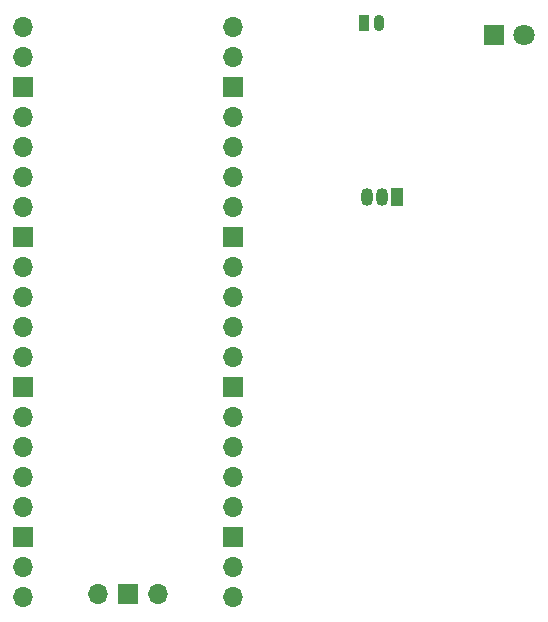
<source format=gbr>
%TF.GenerationSoftware,KiCad,Pcbnew,8.0.0*%
%TF.CreationDate,2024-03-27T15:42:33-03:00*%
%TF.ProjectId,pon_sem_6,706f6e5f-7365-46d5-9f36-2e6b69636164,rev?*%
%TF.SameCoordinates,Original*%
%TF.FileFunction,Copper,L2,Bot*%
%TF.FilePolarity,Positive*%
%FSLAX46Y46*%
G04 Gerber Fmt 4.6, Leading zero omitted, Abs format (unit mm)*
G04 Created by KiCad (PCBNEW 8.0.0) date 2024-03-27 15:42:33*
%MOMM*%
%LPD*%
G01*
G04 APERTURE LIST*
G04 Aperture macros list*
%AMRoundRect*
0 Rectangle with rounded corners*
0 $1 Rounding radius*
0 $2 $3 $4 $5 $6 $7 $8 $9 X,Y pos of 4 corners*
0 Add a 4 corners polygon primitive as box body*
4,1,4,$2,$3,$4,$5,$6,$7,$8,$9,$2,$3,0*
0 Add four circle primitives for the rounded corners*
1,1,$1+$1,$2,$3*
1,1,$1+$1,$4,$5*
1,1,$1+$1,$6,$7*
1,1,$1+$1,$8,$9*
0 Add four rect primitives between the rounded corners*
20,1,$1+$1,$2,$3,$4,$5,0*
20,1,$1+$1,$4,$5,$6,$7,0*
20,1,$1+$1,$6,$7,$8,$9,0*
20,1,$1+$1,$8,$9,$2,$3,0*%
G04 Aperture macros list end*
%TA.AperFunction,ComponentPad*%
%ADD10O,1.700000X1.700000*%
%TD*%
%TA.AperFunction,ComponentPad*%
%ADD11R,1.700000X1.700000*%
%TD*%
%TA.AperFunction,ComponentPad*%
%ADD12O,1.050000X1.500000*%
%TD*%
%TA.AperFunction,ComponentPad*%
%ADD13R,1.050000X1.500000*%
%TD*%
%TA.AperFunction,ComponentPad*%
%ADD14O,0.900000X1.400000*%
%TD*%
%TA.AperFunction,ComponentPad*%
%ADD15RoundRect,0.225000X-0.225000X-0.475000X0.225000X-0.475000X0.225000X0.475000X-0.225000X0.475000X0*%
%TD*%
%TA.AperFunction,ComponentPad*%
%ADD16C,1.800000*%
%TD*%
%TA.AperFunction,ComponentPad*%
%ADD17R,1.800000X1.800000*%
%TD*%
G04 APERTURE END LIST*
D10*
%TO.P,U2,1,GPIO0*%
%TO.N,unconnected-(U2-GPIO0-Pad1)*%
X122845000Y-68385000D03*
%TO.P,U2,2,GPIO1*%
%TO.N,unconnected-(U2-GPIO1-Pad2)*%
X122845000Y-70925000D03*
D11*
%TO.P,U2,3,GND*%
%TO.N,unconnected-(U2-GND-Pad3)*%
X122845000Y-73465000D03*
D10*
%TO.P,U2,4,GPIO2*%
%TO.N,unconnected-(U2-GPIO2-Pad4)*%
X122845000Y-76005000D03*
%TO.P,U2,5,GPIO3*%
%TO.N,unconnected-(U2-GPIO3-Pad5)*%
X122845000Y-78545000D03*
%TO.P,U2,6,GPIO4*%
%TO.N,unconnected-(U2-GPIO4-Pad6)*%
X122845000Y-81085000D03*
%TO.P,U2,7,GPIO5*%
%TO.N,unconnected-(U2-GPIO5-Pad7)*%
X122845000Y-83625000D03*
D11*
%TO.P,U2,8,GND*%
%TO.N,unconnected-(U2-GND-Pad8)*%
X122845000Y-86165000D03*
D10*
%TO.P,U2,9,GPIO6*%
%TO.N,unconnected-(U2-GPIO6-Pad9)*%
X122845000Y-88705000D03*
%TO.P,U2,10,GPIO7*%
%TO.N,unconnected-(U2-GPIO7-Pad10)*%
X122845000Y-91245000D03*
%TO.P,U2,11,GPIO8*%
%TO.N,unconnected-(U2-GPIO8-Pad11)*%
X122845000Y-93785000D03*
%TO.P,U2,12,GPIO9*%
%TO.N,unconnected-(U2-GPIO9-Pad12)*%
X122845000Y-96325000D03*
D11*
%TO.P,U2,13,GND*%
%TO.N,unconnected-(U2-GND-Pad13)*%
X122845000Y-98865000D03*
D10*
%TO.P,U2,14,GPIO10*%
%TO.N,unconnected-(U2-GPIO10-Pad14)*%
X122845000Y-101405000D03*
%TO.P,U2,15,GPIO11*%
%TO.N,unconnected-(U2-GPIO11-Pad15)*%
X122845000Y-103945000D03*
%TO.P,U2,16,GPIO12*%
%TO.N,unconnected-(U2-GPIO12-Pad16)*%
X122845000Y-106485000D03*
%TO.P,U2,17,GPIO13*%
%TO.N,unconnected-(U2-GPIO13-Pad17)*%
X122845000Y-109025000D03*
D11*
%TO.P,U2,18,GND*%
%TO.N,unconnected-(U2-GND-Pad18)*%
X122845000Y-111565000D03*
D10*
%TO.P,U2,19,GPIO14*%
%TO.N,unconnected-(U2-GPIO14-Pad19)*%
X122845000Y-114105000D03*
%TO.P,U2,20,GPIO15*%
%TO.N,unconnected-(U2-GPIO15-Pad20)*%
X122845000Y-116645000D03*
%TO.P,U2,21,GPIO16*%
%TO.N,unconnected-(U2-GPIO16-Pad21)*%
X140625000Y-116645000D03*
%TO.P,U2,22,GPIO17*%
%TO.N,unconnected-(U2-GPIO17-Pad22)*%
X140625000Y-114105000D03*
D11*
%TO.P,U2,23,GND*%
%TO.N,unconnected-(U2-GND-Pad23)*%
X140625000Y-111565000D03*
D10*
%TO.P,U2,24,GPIO18*%
%TO.N,unconnected-(U2-GPIO18-Pad24)*%
X140625000Y-109025000D03*
%TO.P,U2,25,GPIO19*%
%TO.N,unconnected-(U2-GPIO19-Pad25)*%
X140625000Y-106485000D03*
%TO.P,U2,26,GPIO20*%
%TO.N,unconnected-(U2-GPIO20-Pad26)*%
X140625000Y-103945000D03*
%TO.P,U2,27,GPIO21*%
%TO.N,unconnected-(U2-GPIO21-Pad27)*%
X140625000Y-101405000D03*
D11*
%TO.P,U2,28,GND*%
%TO.N,unconnected-(U2-GND-Pad28)*%
X140625000Y-98865000D03*
D10*
%TO.P,U2,29,GPIO22*%
%TO.N,unconnected-(U2-GPIO22-Pad29)*%
X140625000Y-96325000D03*
%TO.P,U2,30,RUN*%
%TO.N,unconnected-(U2-RUN-Pad30)*%
X140625000Y-93785000D03*
%TO.P,U2,31,GPIO26_ADC0*%
%TO.N,unconnected-(U2-GPIO26_ADC0-Pad31)*%
X140625000Y-91245000D03*
%TO.P,U2,32,GPIO27_ADC1*%
%TO.N,unconnected-(U2-GPIO27_ADC1-Pad32)*%
X140625000Y-88705000D03*
D11*
%TO.P,U2,33,AGND*%
%TO.N,unconnected-(U2-AGND-Pad33)*%
X140625000Y-86165000D03*
D10*
%TO.P,U2,34,GPIO28_ADC2*%
%TO.N,unconnected-(U2-GPIO28_ADC2-Pad34)*%
X140625000Y-83625000D03*
%TO.P,U2,35,ADC_VREF*%
%TO.N,unconnected-(U2-ADC_VREF-Pad35)*%
X140625000Y-81085000D03*
%TO.P,U2,36,3V3*%
%TO.N,3V3*%
X140625000Y-78545000D03*
%TO.P,U2,37,3V3_EN*%
%TO.N,unconnected-(U2-3V3_EN-Pad37)*%
X140625000Y-76005000D03*
D11*
%TO.P,U2,38,GND*%
%TO.N,GND*%
X140625000Y-73465000D03*
D10*
%TO.P,U2,39,VSYS*%
%TO.N,VCC*%
X140625000Y-70925000D03*
%TO.P,U2,40,VBUS*%
%TO.N,unconnected-(U2-VBUS-Pad40)*%
X140625000Y-68385000D03*
%TO.P,U2,41,SWCLK*%
%TO.N,unconnected-(U2-SWCLK-Pad41)*%
X129195000Y-116415000D03*
D11*
%TO.P,U2,42,GND*%
%TO.N,unconnected-(U2-GND-Pad42)*%
X131735000Y-116415000D03*
D10*
%TO.P,U2,43,SWDIO*%
%TO.N,unconnected-(U2-SWDIO-Pad43)*%
X134275000Y-116415000D03*
%TD*%
D12*
%TO.P,Q2,3,E*%
%TO.N,3V3*%
X151960000Y-82780000D03*
%TO.P,Q2,2,B*%
%TO.N,Net-(Q2-B)*%
X153230000Y-82780000D03*
D13*
%TO.P,Q2,1,C*%
%TO.N,Net-(Q2-C)*%
X154500000Y-82780000D03*
%TD*%
D14*
%TO.P,J1,2,Pin_2*%
%TO.N,GND*%
X153000000Y-68000000D03*
D15*
%TO.P,J1,1,Pin_1*%
%TO.N,VCC*%
X151750000Y-68000000D03*
%TD*%
D16*
%TO.P,D1,2,A*%
%TO.N,Net-(D1-A)*%
X165290000Y-69050000D03*
D17*
%TO.P,D1,1,K*%
%TO.N,GND*%
X162750000Y-69050000D03*
%TD*%
M02*

</source>
